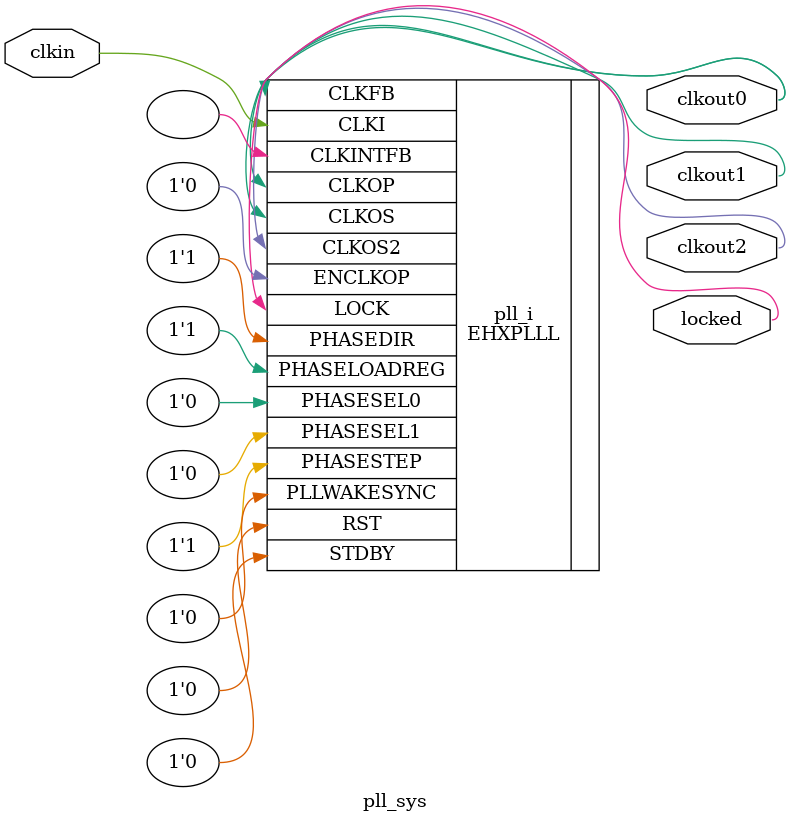
<source format=v>
module pll_sys
(
    input clkin, // 21.4773 MHz, 0 deg
    output clkout0, // 85.9091 MHz, 0 deg
    output clkout1, // 42.9545 MHz, 90 deg
    output clkout2, // 21.4773 MHz, 0 deg
    output locked
);
(* FREQUENCY_PIN_CLKI="21.4773" *)
(* FREQUENCY_PIN_CLKOP="85.9091" *)
(* FREQUENCY_PIN_CLKOS="42.9545" *)
(* FREQUENCY_PIN_CLKOS2="21.4773" *)
(* ICP_CURRENT="12" *) (* LPF_RESISTOR="8" *) (* MFG_ENABLE_FILTEROPAMP="1" *) (* MFG_GMCREF_SEL="2" *)
EHXPLLL #(
        .PLLRST_ENA("DISABLED"),
        .INTFB_WAKE("DISABLED"),
        .STDBY_ENABLE("DISABLED"),
        .DPHASE_SOURCE("DISABLED"),
        .OUTDIVIDER_MUXA("DIVA"),
        .OUTDIVIDER_MUXB("DIVB"),
        .OUTDIVIDER_MUXC("DIVC"),
        .OUTDIVIDER_MUXD("DIVD"),
        .CLKI_DIV(1),
        .CLKOP_ENABLE("ENABLED"),
        .CLKOP_DIV(7),
        .CLKOP_CPHASE(3),
        .CLKOP_FPHASE(0),
        .CLKOS_ENABLE("ENABLED"),
        .CLKOS_DIV(14),
        .CLKOS_CPHASE(6),
        .CLKOS_FPHASE(4),
        .CLKOS2_ENABLE("ENABLED"),
        .CLKOS2_DIV(28),
        .CLKOS2_CPHASE(3),
        .CLKOS2_FPHASE(0),
        .FEEDBK_PATH("CLKOP"),
        .CLKFB_DIV(4)
    ) pll_i (
        .RST(1'b0),
        .STDBY(1'b0),
        .CLKI(clkin),
        .CLKOP(clkout0),
        .CLKOS(clkout1),
        .CLKOS2(clkout2),
        .CLKFB(clkout0),
        .CLKINTFB(),
        .PHASESEL0(1'b0),
        .PHASESEL1(1'b0),
        .PHASEDIR(1'b1),
        .PHASESTEP(1'b1),
        .PHASELOADREG(1'b1),
        .PLLWAKESYNC(1'b0),
        .ENCLKOP(1'b0),
        .LOCK(locked)
	);
endmodule

</source>
